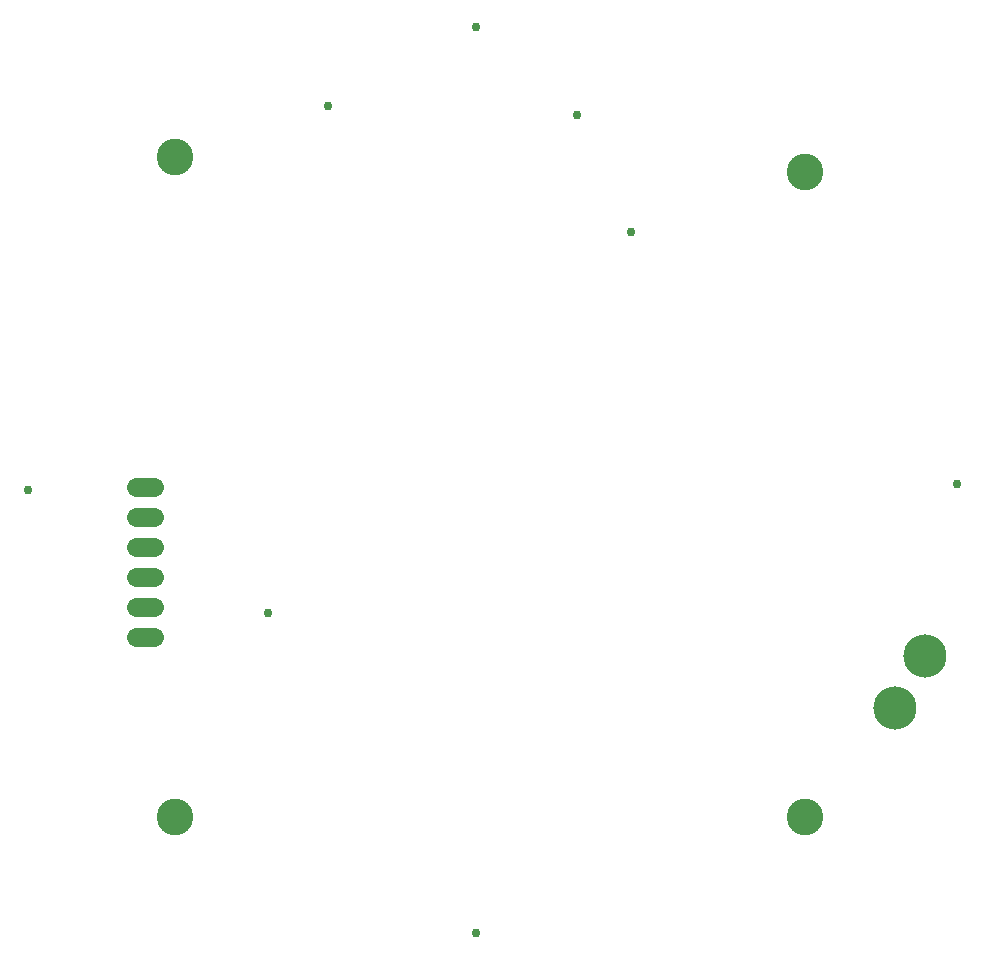
<source format=gbr>
G04 EAGLE Gerber RS-274X export*
G75*
%MOMM*%
%FSLAX34Y34*%
%LPD*%
%INSoldermask Bottom*%
%IPPOS*%
%AMOC8*
5,1,8,0,0,1.08239X$1,22.5*%
G01*
%ADD10C,3.101600*%
%ADD11C,3.657600*%
%ADD12C,0.751600*%
%ADD13C,1.625600*%


D10*
X-254000Y279400D03*
X-254000Y-279400D03*
X279400Y-279400D03*
X279400Y266700D03*
D11*
X355600Y-187097D03*
X381000Y-143103D03*
D12*
X820Y389160D03*
X408450Y2540D03*
X-378460Y-3030D03*
X1270Y-377680D03*
X86360Y314470D03*
X132080Y215410D03*
X-175260Y-107170D03*
X-124460Y322090D03*
D13*
X-271780Y-127000D02*
X-287020Y-127000D01*
X-287020Y-101600D02*
X-271780Y-101600D01*
X-271780Y-76200D02*
X-287020Y-76200D01*
X-287020Y-50800D02*
X-271780Y-50800D01*
X-271780Y-25400D02*
X-287020Y-25400D01*
X-287020Y0D02*
X-271780Y0D01*
M02*

</source>
